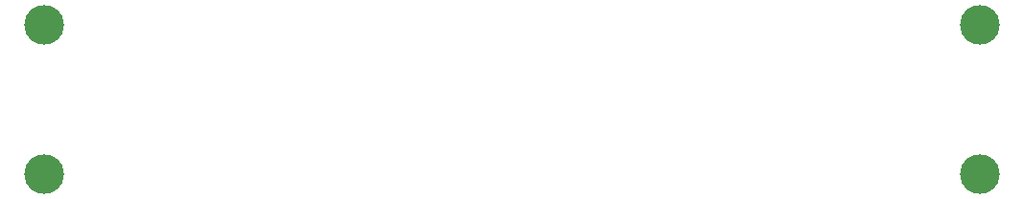
<source format=gtl>
G04 #@! TF.GenerationSoftware,KiCad,Pcbnew,(5.1.8)-1*
G04 #@! TF.CreationDate,2022-07-15T00:53:09+02:00*
G04 #@! TF.ProjectId,BulkyMIDI-32 Audio Switch FP1,42756c6b-794d-4494-9449-2d3332204175,rev?*
G04 #@! TF.SameCoordinates,Original*
G04 #@! TF.FileFunction,Copper,L1,Top*
G04 #@! TF.FilePolarity,Positive*
%FSLAX46Y46*%
G04 Gerber Fmt 4.6, Leading zero omitted, Abs format (unit mm)*
G04 Created by KiCad (PCBNEW (5.1.8)-1) date 2022-07-15 00:53:09*
%MOMM*%
%LPD*%
G01*
G04 APERTURE LIST*
G04 #@! TA.AperFunction,ComponentPad*
%ADD10C,3.500000*%
G04 #@! TD*
G04 APERTURE END LIST*
D10*
X99815000Y-129199000D03*
X182365000Y-129199000D03*
X182365000Y-115949000D03*
X99815000Y-115949000D03*
M02*

</source>
